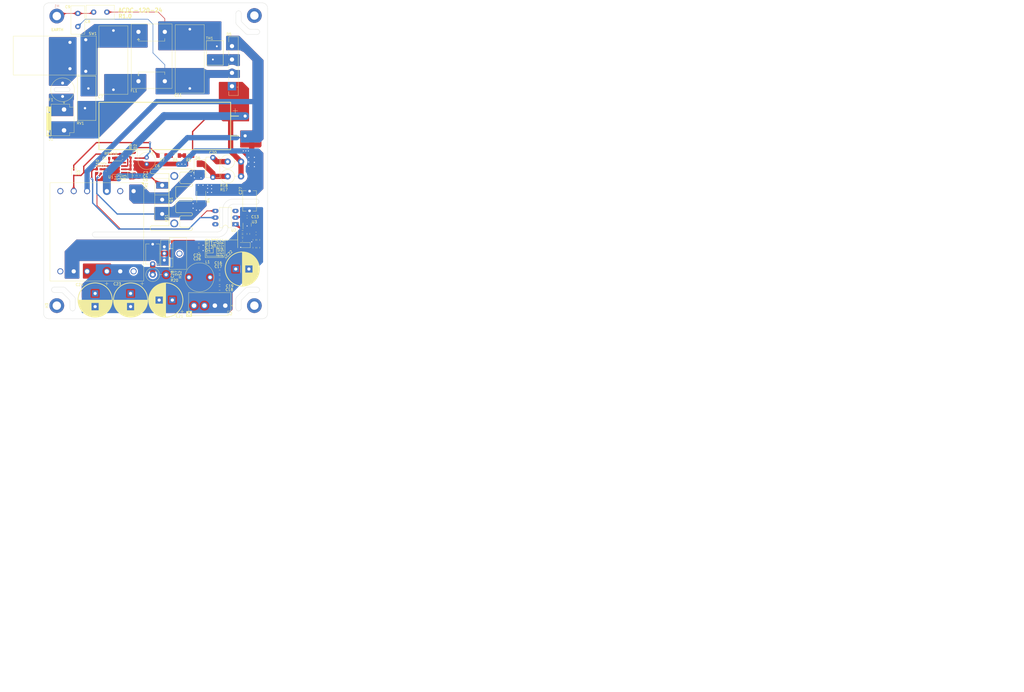
<source format=kicad_pcb>
(kicad_pcb (version 20231007) (generator pcbnew)
  (title_block (date "2023-04-29"))
  (layers (0 "F.Cu" signal) (31 "B.Cu" signal) (34 "B.Paste" user) (35 "F.Paste" user) (36 "B.SilkS" user "B.Silkscreen") (37 "F.SilkS" user "F.Silkscreen") (38 "B.Mask" user) (39 "F.Mask" user) (44 "Edge.Cuts" user))
  (net 0 "")
  (net 1 "/PS/AC_L_SW")
  (net 2 "EARTH")
  (net 3 "/PS/AC_L")
  (net 4 "/PS/AC_N")
  (net 5 "/PS/24V_O")
  (net 6 "/PS/AC_R_O")
  (net 7 "/PS/AC_R_I_1")
  (net 8 "/PS/AC_R_I_2")
  (net 9 "Net-(F1-Pad2)")
  (net 11 "/PS/AUX")
  (net 12 "/PS/TR_GAT")
  (net 13 "/PS/TR_SW")
  (net 14 "Net-(U3-REF)")
  (net 15 "/PS/MOS_S")
  (net 16 "/PS/OPT_C")
  (net 17 "Net-(U3-K)")
  (net 18 "Net-(Q1-S)")
  (net 19 "DCR_GND")
  (net 20 "OUT_GND")
  (net 21 "Net-(D2-A)")
  (net 22 "Net-(U1-SS)")
  (net 23 "Net-(D4-K)")
  (net 24 "Net-(D2-K)")
  (net 25 "Net-(C11-Pad1)")
  (net 26 "Net-(D6-K)")
  (net 27 "Net-(D1-A)")
  (net 28 "Net-(TR1-Pad10)")
  (net 30 "Net-(U1-OVP)")
  (net 31 "Net-(D7A-A)")
  (net 32 "Net-(C14-Pad1)")
  (net 35 "Net-(R5-Pad1)")
  (net 36 "Net-(R6-Pad1)")
  (net 37 "Net-(R11-Pad1)")
  (net 38 "GND_DC_S")
  (net 39 "GND_DC_P")
  (net 40 "/PS/24V_F")
  (net 41 "Net-(C20-Pad2)")
  (net 51 "Net-(R15-Pad1)")
  (net 52 "Net-(U1-VDD)")
  (net 53 "Net-(C28-Pad1)")
  (footprint "Resistor_SMD:R_0603_1608Metric" (layer "F.Cu") (at 112.9 115.9 -90)
    (property "Reference" "R14")
    (property "Value" "1.5k")
  )
  (footprint "Resistor_SMD:R_0603_1608Metric" (layer "F.Cu") (at 114.4 112.928 -90)
    (property "Reference" "R19")
    (property "Value" "976")
  )
  (footprint "Resistor_SMD:R_0603_1608Metric" (layer "F.Cu") (at 108.4 111.4)
    (property "Reference" "R11")
    (property "Value" "499")
  )
  (footprint "Resistor_SMD:R_0603_1608Metric" (layer "F.Cu") (at 112.9 112.928 90)
    (property "Reference" "R16")
    (property "Value" "4.3K")
  )
  (footprint "MountingHole:MountingHole_3.2mm_M3_DIN965_Pad_TopBottom" (layer "F.Cu") (at 112.9 137.9)
    (property "Reference" "H2" hide)
    (property "Value" "MountingHole_Pad")
  )
  (footprint "Resistor_SMD:R_1206_3216Metric_Pad1.30x1.75mm_HandSolder" (layer "F.Cu") (at 87.9 80.9)
    (property "Reference" "R5")
    (property "Value" "680K")
  )
  (footprint "PS:Diode_Bridge_Vishay_GBU" (layer "F.Cu") (at 104.4 54.56 90)
    (property "Reference" "D5")
    (property "Value" "GBU8K-E3/45")
  )
  (footprint "PS:WV-T247-101E" (layer "F.Cu") (at 82.49845 106.667 90)
    (property "Reference" "HS1")
    (property "Value" "WV-T247-101E")
  )
  (footprint "PS:38211000410" (layer "F.Cu") (at 40.1 55.9 90)
    (property "Reference" "F1")
    (property "Value" "38212000000")
  )
  (footprint "Capacitor_SMD:C_0805_2012Metric_Pad1.18x1.45mm_HandSolder" (layer "F.Cu") (at 99.702 125.0985)
    (property "Reference" "C16")
    (property "Value" "1UF")
  )
  (footprint "Varistor:RV_Disc_D16.5mm_W6.7mm_P7.5mm" (layer "F.Cu") (at 49.9 55.4 -90)
    (property "Reference" "RV1")
    (property "Value" "V14E320P")
  )
  (footprint "Capacitor_SMD:C_0603_1608Metric" (layer "F.Cu") (at 56.075 86.9 -90)
    (property "Reference" "C2")
    (property "Value" "100pF")
  )
  (footprint "PS:NE1846EE" (layer "F.Cu") (at 48.9 42.9 -90)
    (property "Reference" "SW1")
    (property "Value" "NE18 2A EE 6AMP\n")
  )
  (footprint "Capacitor_SMD:C_0603_1608Metric" (layer "F.Cu") (at 66.65 84.65)
    (property "Reference" "C4")
    (property "Value" "10uF")
  )
  (footprint "Capacitor_THT:C_Disc_D7.5mm_W5.0mm_P7.50mm" (layer "F.Cu") (at 111.0812 101.8952 90)
    (property "Reference" "C27")
    (property "Value" "4.7nF")
  )
  (footprint "Capacitor_SMD:C_0805_2012Metric_Pad1.18x1.45mm_HandSolder" (layer "F.Cu") (at 99.702 129.184 180)
    (property "Reference" "C19")
    (property "Value" "1UF")
  )
  (footprint "Capacitor_THT:C_Disc_D7.5mm_W5.0mm_P7.50mm" (layer "F.Cu") (at 74.302 122.072 90)
    (property "Reference" "C28")
    (property "Value" "1nF")
  )
  (footprint "Capacitor_SMD:C_0603_1608Metric" (layer "F.Cu") (at 53.1 86.9 90)
    (property "Reference" "C10")
    (property "Value" "200pF")
  )
  (footprint "PS:EKZN630ELL681MK30S" (layer "F.Cu") (at 52.458 133.274541 -90)
    (property "Reference" "C24")
    (property "Value" "680UF")
  )
  (footprint "PS:890324026027CS" (layer "F.Cu") (at 59.4 44.65 -90)
    (property "Reference" "C7")
    (property "Value" "1UF")
  )
  (footprint "Resistor_SMD:R_0603_1608Metric" (layer "F.Cu") (at 67.444 88.544 90)
    (property "Reference" "R1")
    (property "Value" "4.7")
  )
  (footprint "Capacitor_SMD:C_0603_1608Metric" (layer "F.Cu") (at 66.625 83.15)
    (property "Reference" "C5")
    (property "Value" "10uF")
  )
  (footprint "Diode_SMD:D_SOD-323" (layer "F.Cu") (at 44.33 87.401 -90)
    (property "Reference" "D3")
    (property "Value" "PMEG100T10ELXDX")
  )
  (footprint "PS:EKZN630ELL681MK30S" (layer "F.Cu") (at 65.92 133.274541 -90)
    (property "Reference" "C23")
    (property "Value" "680UF")
  )
  (footprint "Resistor_THT:R_Axial_DIN0516_L15.5mm_D5.0mm_P5.08mm_Vertical" (layer "F.Cu") (at 102.75 83.21)
    (property "Reference" "R18")
    (property "Value" "47")
  )
  (footprint "Resistor_SMD:R_2512_6332Metric_Pad1.40x3.35mm_HandSolder" (layer "F.Cu") (at 92.717 96.545 90)
    (property "Reference" "R4")
    (property "Value" "0.25")
  )
  (footprint "Diode_SMD:D_SOD-323" (layer "F.Cu") (at 67.6755 80.8195 -90)
    (property "Reference" "D2")
    (property "Value" "PMEG100T10ELXDX")
  )
  (footprint "Package_DIP:DIP-6_W7.62mm_LongPads" (layer "F.Cu") (at 105.725 107.005 180)
    (property "Reference" "U2")
    (property "Value" "CNY17-1")
  )
  (footprint "PS:890324026027CS" (layer "F.Cu") (at 88.4 44.15 -90)
    (property "Reference" "C11")
    (property "Value" "1UF")
  )
  (footprint "PS:CP_Radial_D18.0mm_P7.50mm" (layer "F.Cu") (at 109.4 73.4 90)
    (property "Reference" "C15" hide)
    (property "Value" "220UF" hide)
  )
  (footprint "Capacitor_SMD:C_0805_2012Metric_Pad1.18x1.45mm_HandSolder" (layer "F.Cu") (at 91.828 114.96 180)
    (property "Reference" "C26")
    (property "Value" "1UF")
  )
  (footprint "Capacitor_THT:C_Radial_D6.3mm_H11.0mm_P2.50mm" (layer "F.Cu") (at 72.016 81.65 -90)
    (property "Reference" "C6")
    (property "Value" "68UF")
  )
  (footprint "Resistor_THT:R_Axial_DIN0516_L15.5mm_D5.0mm_P5.08mm_Vertical" (layer "F.Cu") (at 102.765 88.798)
    (property "Reference" "R17")
    (property "Value" "20k")
  )
  (footprint "PS:EKZN630ELL681MK30S" (layer "F.Cu") (at 105.824541 124.003541)
    (property "Reference" "C22")
    (property "Value" "680UF")
  )
  (footprint "Package_TO_SOT_SMD:SOT-23" (layer "F.Cu") (at 110.15 107.15 90)
    (property "Reference" "U3")
    (property "Value" "TL431DBZ")
  )
  (footprint "PS:744869161153" (layer "F.Cu") (at 68.9 52.65 -90)
    (property "Reference" "FL1")
    (property "Value" "744869161153")
  )
  (footprint "Capacitor_SMD:C_0603_1608Metric" (layer "F.Cu") (at 110.15 104.15)
    (property "Reference" "C13")
    (property "Value" "68pF")
  )
  (footprint "Capacitor_THT:C_Disc_D7.5mm_W5.0mm_P7.50mm" (layer "F.Cu") (at 97.15 89.15 90)
    (property "Reference" "C20")
    (property "Value" "1nF")
  )
  (footprint "Resistor_SMD:R_1206_3216Metric_Pad1.30x1.75mm_HandSolder" (layer "F.Cu") (at 77.85 80.9)
    (property "Reference" "R7")
    (property "Value" "680K")
  )
  (footprint "MountingHole:MountingHole_3.2mm_M3_DIN965_Pad_TopBottom" (layer "F.Cu") (at 112.9 27.7)
    (property "Reference" "H4" hide)
    (property "Value" "MountingHole_Pad")
  )
  (footprint "Capacitor_THT:C_Disc_D10.5mm_W5.0mm_P5.00mm" (layer "F.Cu") (at 45.9 31.9 90)
    (property "Reference" "C9")
    (property "Value" "4700PF")
  )
  (footprint "Capacitor_SMD:C_0805_2012Metric_Pad1.18x1.45mm_HandSolder" (layer "F.Cu") (at 91.828 116.992)
    (property "Reference" "C25")
    (property "Value" "1UF")
  )
  (footprint "Capacitor_SMD:C_0603_1608Metric" (layer "F.Cu") (at 58.55 81.84)
    (property "Reference" "C1")
    (property "Value" "18nF")
  )
  (footprint "Resistor_THT:R_Axial_DIN0516_L15.5mm_D5.0mm_P5.08mm_Vertical" (layer "F.Cu") (at 74.317 126.136)
    (property "Reference" "R20")
    (property "Value" "47")
  )
  (footprint "Resistor_SMD:R_0603_1608Metric" (layer "F.Cu") (at 114.4 115.9 -90)
    (property "Reference" "R15")
    (property "Value" "36K")
  )
  (footprint "Varistor:RV_Disc_D9mm_W6.1mm_P5mm" (layer "F.Cu") (at 97.15 44.4 90)
    (property "Reference" "TH1")
    (property "Value" "B57235S0509M000")
  )
  (footprint "Resistor_SMD:R_0603_1608Metric" (layer "F.Cu") (at 54.6 86.9 90)
    (property "Reference" "R2")
    (property "Value" "1.33k")
  )
  (footprint "PS:JST_VH_B2P3-VH_1x02_P7.92mm_Vertical" (layer "F.Cu") (at 40.65 63.4 -90)
    (property "Reference" "J1")
    (property "Value" "B2P3-VH(LF)(SN)")
  )
  (footprint "Capacitor_SMD:C_0603_1608Metric" (layer "F.Cu") (at 113.545 110.515)
    (property "Reference" "C14")
    (property "Value" "56nF")
  )
  (footprint "PS:750342946" (layer "F.Cu") (at 67.06 94.4 -90)
    (property "Reference" "TR1")
    (property "Value" "750342946")
  )
  (footprint "Resistor_SMD:R_1206_3216Metric_Pad1.30x1.75mm_HandSolder" (layer "F.Cu") (at 82.9 80.9)
    (property "Reference" "R6")
    (property "Value" "680K")
  )
  (footprint "Capacitor_SMD:C_0805_2012Metric_Pad1.18x1.45mm_HandSolder" (layer "F.Cu") (at 99.702 131.343)
    (property "Reference" "C18")
    (property "Value" "1UF")
  )
  (footprint "Capacitor_THT:C_Disc_D10.5mm_W5.0mm_P5.00mm" (layer "F.Cu") (at 56.9 26.4 180)
    (property "Reference" "C8")
    (property "Value" "4700PF")
  )
  (footprint "Resistor_SMD:R_0603_1608Metric" (layer "F.Cu") (at 68.968 88.544 90)
    (property "Reference" "R3")
    (property "Value" "10k")
  )
  (footprint "Resistor_SMD:R_0603_1608Metric" (layer "F.Cu") (at 62.825 81.84 180)
    (property "Reference" "R10")
    (property "Value" "31.875k")
  )
  (footprint "PS:JST_VH_B4P-VH-B_1x04_P3.96mm_Vertical" (layer "F.Cu") (at 101.86 137.9 180)
    (property "Reference" "J2")
    (property "Value" "B4P-VH(LF)(SN)")
  )
  (footprint "Diode_SMD:D_SOD-123F" (layer "F.Cu") (at 109.15 114.9 180)
    (property "Reference" "D4")
    (property "Value" "MMSZ5240B")
  )
  (footprint "NetTie:NetTie-2_SMD_Pad2.0mm" (layer "F.Cu") (at 111.9 78 90)
    (property "Reference" "NT1" hide)
    (property "Value" "NetTie" hide)
  )
  (footprint "Capacitor_SMD:C_0603_1608Metric" (layer "F.Cu") (at 108.4 112.9 180)
    (property "Reference" "C12")
    (property "Value" "0.1UF")
  )
  (footprint "Resistor_SMD:R_0603_1608Metric" (layer "F.Cu") (at 108.4 109.9 180)
    (property "Reference" "R12")
    (property "Value" "1k")
  )
  (footprint "Resistor_SMD:R_0603_1608Metric" (layer "F.Cu") (at 65.92 80.86 -90)
    (property "Reference" "R8")
    (property "Value" "20")
  )
  (footprint "Resistor_SMD:R_0603_1608Metric" (layer "F.Cu") (at 62.825 80.34 180)
    (property "Reference" "R9")
    (property "Value" "86.6k")
  )
  (footprint "Package_TO_SOT_THT:TO-220-3_Vertical" (layer "F.Cu") (at 78.714 115.558 -90)
    (property "Reference" "D7")
    (property "Value" "STPS30SM100ST")
  )
  (footprint "Capacitor_SMD:C_0603_1608Metric" (layer "F.Cu") (at 66.65 86.15)
    (property "Reference" "C3")
    (property "Value" "100nF")
  )
  (footprint "PS:V5629W220" (layer "F.Cu") (at 84.462 118.135 -90)
    (property "Reference" "HS2")
    (property "Value" "V5629W220")
  )
  (footprint "MountingHole:MountingHole_3.2mm_M3_DIN965_Pad_TopBottom" (layer "F.Cu") (at 37.9 137.9 90)
    (property "Reference" "H3")
    (property "Value" "MountingHole_Pad")
  )
  (footprint "Capacitor_SMD:C_0805_2012Metric_Pad1.18x1.45mm_HandSolder" (layer "F.Cu") (at 99.702 127.152 180)
    (property "Reference" "C17")
    (property "Value" "1UF")
  )
  (footprint "PS:EKZN630ELL681MK30S" (layer "F.Cu") (at 81.768459 135.788 180)
    (property "Reference" "C21")
    (property "Value" "680UF")
  )
  (footprint "Resistor_SMD:R_0603_1608Metric" (layer "F.Cu") (at 110.624 110.642 90)
    (property "Reference" "R13")
    (property "Value" "48.7K")
  )
  (footprint "Diode_SMD:D_SMB" (layer "F.Cu") (at 92.15 86.15 -90)
    (property "Reference" "D6")
    (property "Value" "STTH2R06U")
  )
  (footprint "Diode_SMD:D_SOD-323" (layer "F.Cu") (at 65.666 88.671 -90)
    (property "Reference" "D1")
    (property "Value" "PMEG100T10ELXDX")
  )
  (footprint "PS:744750340047" (layer "F.Cu") (at 92.082 127.152 180)
    (property "Reference" "L1")
    (property "Value" "4.7UH")
  )
  (footprint "Package_SO:SOIC-8_3.9x4.9mm_P1.27mm" (layer "F.Cu") (at 60.775 85.495)
    (property "Reference" "U1")
    (property "Value" "UCC28600")
  )
  (footprint "Package_TO_SOT_THT:TO-247-3_Vertical" (layer "F.Cu") (at 77.9 92.2 -90)
    (property "Reference" "Q1")
    (property "Value" "IXFH20N100P")
  )
  (footprint "NetTie:NetTie-2_SMD_Pad0.5mm" (layer "B.Cu") (at 107.2 74.1)
    (property "Reference" "NT2" hide)
    (property "Value" "NetTie" hide)
  )
  (footprint "MountingHole:MountingHole_3.2mm_M3_DIN965_Pad_TopBottom" (layer "B.Cu") (at 37.9 27.9 180)
    (property "Reference" "H1")
    (property "Value" "MountingHole_Pad")
  )
  (gr_line (start 100.972 119.659) (end 94.241 119.659) (stroke (width 0.15)) (layer "F.SilkS"))
  (gr_line (start 97.289 115.595) (end 98.559 115.595) (stroke (width 0.15)) (layer "F.SilkS"))
  (gr_line (start 98.559 119.151) (end 94.749 119.151) (stroke (width 0.15)) (layer "F.SilkS"))
  (gr_line (start 73.802 79.781) (end 74.802 79.781) (stroke (width 0.15)) (layer "F.SilkS"))
  (gr_line (start 94.749 119.151) (end 94.749 117.881) (stroke (width 0.15)) (layer "F.SilkS"))
  (gr_line (start 101.734 118.262) (end 101.734 112.928) (stroke (width 0.15)) (layer "F.SilkS"))
  (gr_line (start 74.302 79.281) (end 74.302 80.281) (stroke (width 0.15)) (layer "F.SilkS"))
  (gr_line (start 97.289 117.881) (end 97.289 115.595) (stroke (width 0.15)) (layer "F.SilkS"))
  (gr_line (start 101.734 118.262) (end 101.734 118.897) (stroke (width 0.15)) (layer "F.SilkS"))
  (gr_line (start 106.56 109.499) (end 106.56 115.976) (stroke (width 0.15)) (layer "F.SilkS"))
  (gr_line (start 106.56 112.928) (end 106.56 109.499) (stroke (width 0.15)) (layer "F.SilkS"))
  (gr_line (start 101.734 118.897) (end 100.972 119.659) (stroke (width 0.15)) (layer "F.SilkS"))
  (gr_line (start 101.734 112.928) (end 106.56 112.928) (stroke (width 0.15)) (layer "F.SilkS"))
  (gr_line (start 98.559 115.595) (end 98.559 119.151) (stroke (width 0.15)) (layer "F.SilkS"))
  (gr_line (start 94.241 119.659) (end 94.241 112.674) (stroke (width 0.15)) (layer "F.SilkS"))
  (gr_line (start 94.749 117.881) (end 97.289 117.881) (stroke (width 0.15)) (layer "F.SilkS"))
  (gr_arc (start 44.607107 134.607107) (mid 44.823875 134.931531) (end 44.9 135.314214) (stroke (width 0.1)) (layer "Edge.Cuts"))
  (gr_line (start 40.485786 130.9) (end 36.9 130.9) (stroke (width 0.1)) (layer "Edge.Cuts"))
  (gr_arc (start 106.9 139.9) (mid 106.192893 139.607107) (end 105.9 138.9) (stroke (width 0.1)) (layer "Edge.Cuts"))
  (gr_arc (start 113.65 97.4) (mid 114.357107 97.692893) (end 114.65 98.4) (stroke (width 0.1)) (layer "Edge.Cuts"))
  (gr_line (start 106.9 139.9) (end 106.9 139.9) (stroke (width 0.1)) (layer "Edge.Cuts"))
  (gr_arc (start 35.9 131.9) (mid 36.192893 131.192893) (end 36.9 130.9) (stroke (width 0.1)) (layer "Edge.Cuts"))
  (gr_arc (start 109.607107 131.192893) (mid 109.931531 130.976125) (end 110.314214 130.9) (stroke (width 0.1)) (layer "Edge.Cuts"))
  (gr_line (start 117.9 24.9) (end 117.9 140.9) (stroke (width 0.1)) (layer "Edge.Cuts"))
  (gr_line (start 44.607107 134.607107) (end 41.192893 131.192893) (stroke (width 0.1)) (layer "Edge.Cuts"))
  (gr_arc (start 113.9 130.9) (mid 114.607107 131.192893) (end 114.9 131.9) (stroke (width 0.1)) (layer "Edge.Cuts"))
  (gr_line (start 114.9 131.9) (end 114.9 131.9) (stroke (width 0.1)) (layer "Edge.Cuts"))
  (gr_arc (start 106.192893 31.192893) (mid 105.976125 30.868469) (end 105.9 30.485786) (stroke (width 0.1)) (layer "Edge.Cuts"))
  (gr_arc (start 39.485786 132.9) (mid 39.868472 132.976116) (end 40.192893 133.192893) (stroke (width 0.1)) (layer "Edge.Cuts"))
  (gr_arc (start 51.4 110.9) (mid 51.692893 110.192893) (end 52.4 109.9) (stroke (width 0.1)) (layer "Edge.Cuts"))
  (gr_line (start 111.314214 132.9) (end 113.9 132.9) (stroke (width 0.1)) (layer "Edge.Cuts"))
  (gr_line (start 43.9 139.9) (end 43.9 139.9) (stroke (width 0.1)) (layer "Edge.Cuts"))
  (gr_arc (start 42.607107 135.607107) (mid 42.823875 135.931531) (end 42.9 136.314214) (stroke (width 0.1)) (layer "Edge.Cuts"))
  (gr_line (start 37.6 56.6) (end 42.2 56.6) (stroke (width 0.1)) (layer "Edge.Cuts"))
  (gr_line (start 108.192893 135.607107) (end 110.607107 133.192893) (stroke (width 0.1)) (layer "Edge.Cuts"))
  (gr_line (start 107.9 29.485786) (end 107.9 26.9) (stroke (width 0.1)) (layer "Edge.Cuts"))
  (gr_line (start 42.2 55.1) (end 37.6 55.1) (stroke (width 0.1)) (layer "Edge.Cuts"))
  (gr_arc (start 108.192893 30.192893) (mid 107.97612 29.86847) (end 107.9 29.485786) (stroke (width 0.1)) (layer "Edge.Cuts"))
  (gr_arc (start 110.314214 34.9) (mid 109.931528 34.823884) (end 109.607107 34.607107) (stroke (width 0.1)) (layer "Edge.Cuts"))
  (gr_line (start 100.9 101.4) (end 100.9 107.9) (stroke (width 0.1)) (layer "Edge.Cuts"))
  (gr_line (start 102.9 107.9) (end 102.9 101.4) (stroke (width 0.1)) (layer "Edge.Cuts"))
  (gr_arc (start 114.9 33.9) (mid 114.607107 34.607107) (end 113.9 34.9) (stroke (width 0.1)) (layer "Edge.Cuts"))
  (gr_line (start 114.9 33.9) (end 114.9 33.9) (stroke (width 0.1)) (layer "Edge.Cuts"))
  (gr_arc (start 42.9 55.9) (mid 42.694975 56.394975) (end 42.2 56.6) (stroke (width 0.1)) (layer "Edge.Cuts"))
  (gr_line (start 113.9 130.9) (end 110.314214 130.9) (stroke (width 0.1)) (layer "Edge.Cuts"))
  (gr_line (start 52.4 111.9) (end 98.9 111.9) (stroke (width 0.1)) (layer "Edge.Cuts"))
  (gr_line (start 115.9 142.9) (end 34.9 142.9) (stroke (width 0.1)) (layer "Edge.Cuts"))
  (gr_arc (start 43.9 139.9) (mid 43.192893 139.607107) (end 42.9 138.9) (stroke (width 0.1)) (layer "Edge.Cuts"))
  (gr_line (start 36.9 55.8) (end 36.9 55.9) (stroke (width 0.1)) (layer "Edge.Cuts"))
  (gr_line (start 51.4 110.9) (end 51.4 110.9) (stroke (width 0.1)) (layer "Edge.Cuts"))
  (gr_arc (start 100.9 101.4) (mid 102.071573 98.571573) (end 104.9 97.4) (stroke (width 0.1)) (layer "Edge.Cuts"))
  (gr_arc (start 113.9 32.9) (mid 114.607107 33.192893) (end 114.9 33.9) (stroke (width 0.1)) (layer "Edge.Cuts"))
  (gr_arc (start 36.9 132.9) (mid 36.192893 132.607107) (end 35.9 131.9) (stroke (width 0.1)) (layer "Edge.Cuts"))
  (gr_arc (start 105.9 26.9) (mid 106.192893 26.192893) (end 106.9 25.9) (stroke (width 0.1)) (layer "Edge.Cuts"))
  (gr_arc (start 114.9 131.9) (mid 114.607107 132.607107) (end 113.9 132.9) (stroke (width 0.1)) (layer "Edge.Cuts"))
  (gr_line (start 110.314214 34.9) (end 113.9 34.9) (stroke (width 0.1)) (layer "Edge.Cuts"))
  (gr_line (start 42.9 136.314214) (end 42.9 138.9) (stroke (width 0.1)) (layer "Edge.Cuts"))
  (gr_line (start 32.9 140.9) (end 32.9 24.9) (stroke (width 0.1)) (layer "Edge.Cuts"))
  (gr_line (start 40.192893 133.192893) (end 42.607107 135.607107) (stroke (width 0.1)) (layer "Edge.Cuts"))
  (gr_arc (start 52.4 111.9) (mid 51.692893 111.607107) (end 51.4 110.9) (stroke (width 0.1)) (layer "Edge.Cuts"))
  (gr_line (start 42.9 55.9) (end 42.9 55.8) (stroke (width 0.1)) (layer "Edge.Cuts"))
  (gr_arc (start 36.9 55.8) (mid 37.105025 55.305025) (end 37.6 55.1) (stroke (width 0.1)) (layer "Edge.Cuts"))
  (gr_arc (start 40.485786 130.9) (mid 40.868469 130.97612) (end 41.192893 131.192893) (stroke (width 0.1)) (layer "Edge.Cuts"))
  (gr_line (start 109.607107 131.192893) (end 106.192893 134.607107) (stroke (width 0.1)) (layer "Edge.Cuts"))
  (gr_line (start 34.9 22.9) (end 115.9 22.9) (stroke (width 0.1)) (layer "Edge.Cuts"))
  (gr_line (start 113.65 99.4) (end 104.9 99.4) (stroke (width 0.1)) (layer "Edge.Cuts"))
  (gr_arc (start 105.9 135.314214) (mid 105.97612 134.931531) (end 106.192893 134.607107) (stroke (width 0.1)) (layer "Edge.Cuts"))
  (gr_arc (start 44.9 138.9) (mid 44.607107 139.607107) (end 43.9 139.9) (stroke (width 0.1)) (layer "Edge.Cuts"))
  (gr_arc (start 32.9 24.9) (mid 33.485786 23.485786) (end 34.9 22.9) (stroke (width 0.1)) (layer "Edge.Cuts"))
  (gr_arc (start 34.9 142.9) (mid 33.485786 142.314214) (end 32.9 140.9) (stroke (width 0.1)) (layer "Edge.Cuts"))
  (gr_arc (start 102.9 107.9) (mid 101.728427 110.728427) (end 98.9 111.9) (stroke (width 0.1)) (layer "Edge.Cuts"))
  (gr_arc (start 42.2 55.1) (mid 42.694975 55.305025) (end 42.9 55.8) (stroke (width 0.1)) (layer "Edge.Cuts"))
  (gr_line (start 106.9 25.9) (end 106.9 25.9) (stroke (width 0.1)) (layer "Edge.Cuts"))
  (gr_line (start 98.9 109.9) (end 52.4 109.9) (stroke (width 0.1)) (layer "Edge.Cuts"))
  (gr_arc (start 102.9 101.4) (mid 103.485786 99.985786) (end 104.9 99.4) (stroke (width 0.1)) (layer "Edge.Cuts"))
  (gr_arc (start 100.9 107.9) (mid 100.314214 109.314214) (end 98.9 109.9) (stroke (width 0.1)) (layer "Edge.Cuts"))
  (gr_arc (start 114.65 98.4) (mid 114.357107 99.107107) (end 113.65 99.4) (stroke (width 0.1)) (layer "Edge.Cuts"))
  (gr_line (start 35.9 131.9) (end 35.9 131.9) (stroke (width 0.1)) (layer "Edge.Cuts"))
  (gr_line (start 113.9 32.9) (end 111.314214 32.9) (stroke (width 0.1)) (layer "Edge.Cuts"))
  (gr_arc (start 107.9 138.9) (mid 107.607107 139.607107) (end 106.9 139.9) (stroke (width 0.1)) (layer "Edge.Cuts"))
  (gr_line (start 105.9 26.9) (end 105.9 30.485786) (stroke (width 0.1)) (layer "Edge.Cuts"))
  (gr_line (start 113.65 97.4) (end 104.9 97.4) (stroke (width 0.1)) (layer "Edge.Cuts"))
  (gr_line (start 44.9 138.9) (end 44.9 135.314214) (stroke (width 0.1)) (layer "Edge.Cuts"))
  (gr_arc (start 106.9 25.9) (mid 107.607107 26.192893) (end 107.9 26.9) (stroke (width 0.1)) (layer "Edge.Cuts"))
  (gr_arc (start 111.314214 32.9) (mid 110.931531 32.82388) (end 110.607107 32.607107) (stroke (width 0.1)) (layer "Edge.Cuts"))
  (gr_arc (start 107.9 136.314214) (mid 107.976116 135.931528) (end 108.192893 135.607107) (stroke (width 0.1)) (layer "Edge.Cuts"))
  (gr_arc (start 110.607107 133.192893) (mid 110.93153 132.97612) (end 111.314214 132.9) (stroke (width 0.1)) (layer "Edge.Cuts"))
  (gr_line (start 105.9 135.314214) (end 105.9 138.9) (stroke (width 0.1)) (layer "Edge.Cuts"))
  (gr_line (start 110.607107 32.607107) (end 108.192893 30.192893) (stroke (width 0.1)) (layer "Edge.Cuts"))
  (gr_arc (start 37.6 56.6) (mid 37.105025 56.394975) (end 36.9 55.9) (stroke (width 0.1)) (layer "Edge.Cuts"))
  (gr_arc (start 117.9 140.9) (mid 117.314214 142.314214) (end 115.9 142.9) (stroke (width 0.1)) (layer "Edge.Cuts"))
  (gr_line (start 36.9 132.9) (end 39.485786 132.9) (stroke (width 0.1)) (layer "Edge.Cuts"))
  (gr_line (start 106.192893 31.192893) (end 109.607107 34.607107) (stroke (width 0.1)) (layer "Edge.Cuts"))
  (gr_line (start 107.9 138.9) (end 107.9 136.314214) (stroke (width 0.1)) (layer "Edge.Cuts"))
  (gr_arc (start 115.9 22.9) (mid 117.314214 23.485786) (end 117.9 24.9) (stroke (width 0.1)) (layer "Edge.Cuts"))
  (gr_text "+" (at 89.034 142.4 90) (layer "F.SilkS" knockout) (effects (font (size 1.8 1.8) (thickness 0.36) bold) (justify left bottom)))
  (gr_text "EARTH" (at 35.694 33.68 0) (layer "F.SilkS") (effects (font (size 1 1) (thickness 0.2) bold) (justify left bottom)))
  (gr_text "L\n\n\nN" (at 33.65 73.4 0) (layer "F.SilkS" knockout) (effects (font (size 1.8 1.8) (thickness 0.36) bold) (justify left bottom)))
  (gr_text "R1.0" (at 61.094 28.854 0) (layer "F.SilkS") (effects (font (size 1.5 1.5) (thickness 0.3) bold) (justify left bottom)))
  (gr_text "ACDC-120-24" (at 61.094 26.568 0) (layer "F.SilkS") (effects (font (size 1.5 1.5) (thickness 0.3) bold) (justify left bottom)))
  (segment (start 45.9 26.9) (end 38.9 26.9) (width 0.2) (layer "F.Cu") (net 2))
  (segment (start 38.9 26.9) (end 37.9 27.9) (width 0.2) (layer "F.Cu") (net 2))
  (segment (start 51.9 26.9) (end 45.9 26.9) (width 0.2) (layer "F.Cu") (net 2))
  (segment (start 95.15 66.1) (end 100.6 66.1) (width 0.5) (layer "F.Cu") (net 6))
  (segment (start 89.45 71.8) (end 95.15 66.1) (width 0.5) (layer "F.Cu") (net 6))
  (segment (start 107.83 83.21) (end 103.893 79.273) (width 2) (layer "F.Cu") (net 6))
  (segment (start 107.83 83.21) (end 107.83 88.783) (width 2) (layer "F.Cu") (net 6))
  (segment (start 103.893 79.273) (end 103.893 67.081) (width 2) (layer "F.Cu") (net 6))
  (segment (start 107.83 88.783) (end 107.845 88.798) (width 2) (layer "F.Cu") (net 6))
  (segment (start 89.45 80.9) (end 89.45 71.8) (width 0.5) (layer "F.Cu") (net 6))
  (segment (start 100.6 66.1) (end 100.8 66.1) (width 0.5) (layer "F.Cu") (net 6))
  (segment (start 56.9 94.4) (end 56.9 87.65) (width 3) (layer "B.Cu") (net 6))
  (segment (start 78.65 65.9) (end 109.4 65.9) (width 3) (layer "B.Cu") (net 6))
  (segment (start 56.9 87.65) (end 78.65 65.9) (width 3) (layer "B.Cu") (net 6))
  (segment (start 74.4 30.984) (end 74.4 41.9) (width 0.2) (layer "B.Cu") (net 8))
  (segment (start 78.9 46.4) (end 78.9 52.65) (width 0.2) (layer "B.Cu") (net 8))
  (segment (start 48.692 29.108) (end 72.524 29.108) (width 0.2) (layer "B.Cu") (net 8))
  (segment (start 45.9 31.9) (end 48.692 29.108) (width 0.2) (layer "B.Cu") (net 8))
  (segment (start 74.4 41.9) (end 78.9 46.4) (width 0.2) (layer "B.Cu") (net 8))
  (segment (start 72.524 29.108) (end 74.4 30.984) (width 0.2) (layer "B.Cu") (net 8))
  (segment (start 47.09 88.451) (end 44.33 88.451) (width 0.5) (layer "F.Cu") (net 11))
  (segment (start 62 80.34) (end 52.788 80.34) (width 0.5) (layer "F.Cu") (net 11))
  (segment (start 48.14 87.401) (end 47.09 88.451) (width 0.5) (layer "F.Cu") (net 11))
  (segment (start 44.33 88.451) (end 44.33 94.397) (width 0.5) (layer "F.Cu") (net 11))
  (segment (start 44.33 94.397) (end 44.327 94.4) (width 0.5) (layer "F.Cu") (net 11))
  (segment (start 48.14 84.988) (end 48.14 87.401) (width 0.5) (layer "F.Cu") (net 11))
  (segment (start 52.788 80.34) (end 48.14 84.988) (width 0.5) (layer "F.Cu") (net 11))
  (segment (start 67.444 87.719) (end 65.764 87.719) (width 0.5) (layer "F.Cu") (net 12))
  (segment (start 65.445 87.4) (end 65.666 87.621) (width 0.5) (layer "F.Cu") (net 12))
  (segment (start 63.25 87.4) (end 65.445 87.4) (width 0.5) (layer "F.Cu") (net 12))
  (segment (start 65.764 87.719) (end 65.666 87.621) (width 0.5) (layer "F.Cu") (net 12))
  (via (at 89.9 87.4) (size 0.8) (drill 0.4) (layers "F.Cu" "B.Cu") (net 13))
  (via (at 88.907 88.544) (size 0.8) (drill 0.4) (layers "F.Cu" "B.Cu") (net 13))
  (via (at 92.65 89.4) (size 0.8) (drill 0.4) (layers "F.Cu" "B.Cu") (net 13))
  (via (at 90.15 89.4) (size 0.8) (drill 0.4) (layers "F.Cu" "B.Cu") (net 13))
  (segment (start 111.1 108.0875) (end 111.1 104.325) (width 0.5) (layer "F.Cu") (net 14))
  (segment (start 111.1 108.0875) (end 113.6575 108.0875) (width 0.5) (layer "F.Cu") (net 14))
  (segment (start 114.4 110.595) (end 114.32 110.515) (width 0.5) (layer "F.Cu") (net 14))
  (segment (start 111.1 104.325) (end 110.925 104.15) (width 0.5) (layer "F.Cu") (net 14))
  (segment (start 113.6575 108.0875) (end 114.32 108.75) (width 0.5) (layer "F.Cu") (net 14))
  (segment (start 114.4 112.103) (end 112.9 112.103) (width 0.5) (layer "F.Cu") (net 14))
  (segment (start 114.32 108.75) (end 114.32 110.515) (width 0.5) (layer "F.Cu") (net 14))
  (segment (start 114.4 112.103) (end 114.4 110.595) (width 0.5) (layer "F.Cu") (net 14))
  (segment (start 56.075 86.125) (end 54.65 86.125) (width 0.5) (layer "F.Cu") (net 15))
  (segment (start 58.3 86.13) (end 56.08 86.13) (width 0.5) (layer "F.Cu") (net 15))
  (segment (start 56.08 86.13) (end 56.075 86.125) (width 0.5) (layer "F.Cu") (net 15))
  (segment (start 54.65 86.125) (end 54.6 86.075) (width 0.5) (layer "F.Cu") (net 15))
  (segment (start 51.15 89.65) (end 51.15 86.85) (width 0.5) (layer "F.Cu") (net 16))
  (segment (start 58.3 84.86) (end 53.54 84.86) (width 0.5) (layer "F.Cu") (net 16))
  (segment (start 53.1 85.3) (end 53.1 86.125) (width 0.5) (layer "F.Cu") (net 16))
  (segment (start 53.54 84.86) (end 53.1 85.3) (width 0.5) (layer "F.Cu") (net 16))
  (segment (start 51.15 86.85) (end 51.875 86.125) (width 0.5) (layer "F.Cu") (net 16))
  (segment (start 51.875 86.125) (end 53.1 86.125) (width 0.5) (layer "F.Cu") (net 16))
  (via (at 51.15 89.65) (size 0.8) (drill 0.4) (layers "F.Cu" "B.Cu") (net 16))
  (segment (start 98.105 104.465) (end 92.335 104.465) (width 0.5) (layer "B.Cu") (net 16))
  (segment (start 61.4 108.8) (end 51.5 98.9) (width 0.5) (layer "B.Cu") (net 16))
  (segment (start 92.335 104.465) (end 88 108.8) (width 0.5) (layer "B.Cu") (net 16))
  (segment (start 51.5 98.9) (end 51.5 90) (width 0.5) (layer "B.Cu") (net 16))
  (segment (start 88 108.8) (end 61.4 108.8) (width 0.5) (layer "B.Cu") (net 16))
  (segment (start 51.5 90) (end 51.15 89.65) (width 0.5) (layer "B.Cu") (net 16))
  (segment (start 106.16 104.9) (end 105.725 104.465) (width 0.5) (layer "F.Cu") (net 17))
  (segment (start 109.2 104.325) (end 109.375 104.15) (width 0.5) (layer "F.Cu") (net 17))
  (segment (start 109.2 108.0875) (end 109.2 109.875) (width 0.5) (layer "F.Cu") (net 17))
  (segment (start 109.375 104.15) (end 106.04 104.15) (width 0.5) (layer "F.Cu") (net 17))
  (segment (start 109.225 109.9) (end 110.541 109.9) (width 0.5) (layer "F.Cu") (net 17))
  (segment (start 109.2 109.875) (end 109.225 109.9) (width 0.5) (layer "F.Cu") (net 17))
  (segment (start 110.541 109.9) (end 110.624 109.817) (width 0.5) (layer "F.Cu") (net 17))
  (segment (start 106.04 104.15) (end 105.725 104.465) (width 0.5) (layer "F.Cu") (net 17))
  (segment (start 109.2 108.0875) (end 109.2 104.325) (width 0.5) (layer "F.Cu") (net 17))
  (segment (start 53.7 88.9) (end 54.6 88) (width 0.5) (layer "F.Cu") (net 18))
  (segment (start 54.6 88) (end 54.6 87.725) (width 0.5) (layer "F.Cu") (net 18))
  (via (at 92.15 101.65) (size 0.8) (drill 0.4) (layers "F.Cu" "B.Cu") (net 18))
  (via (at 89.65 100.9) (size 0.8) (drill 0.4) (layers "F.Cu" "B.Cu") (net 18))
  (via (at 89.65 99.15) (size 0.8) (drill 0.4) (layers "F.Cu" "B.Cu") (net 18))
  (via (at 90.9 101.65) (size 0.8) (drill 0.4) (layers "F.Cu" "B.Cu") (net 18))
  (via (at 53.7 88.9) (size 0.8) (drill 0.4) (layers "F.Cu" "B.Cu") (net 18))
  (segment (start 53.7 88.9) (end 53.1 89.5) (width 0.5) (layer "B.Cu") (net 18))
  (segment (start 53.1 95.35) (end 60.85 103.1) (width 0.5) (layer "B.Cu") (net 18))
  (segment (start 60.85 103.1) (end 77.9 103.1) (width 0.5) (layer "B.Cu") (net 18))
  (segment (start 53.1 89.5) (end 53.1 95.35) (width 0.5) (layer "B.Cu") (net 18))
  (segment (start 75.9 60.4) (end 113.4 60.4) (width 2) (layer "B.Cu") (net 19))
  (segment (start 72.9 63.4) (end 75.9 60.4) (width 2) (layer "B.Cu") (net 19))
  (segment (start 49.407 94.4) (end 49.407 86.893) (width 2) (layer "B.Cu") (net 19))
  (segment (start 49.407 86.893) (end 72.9 63.4) (width 2) (layer "B.Cu") (net 19))
  (segment (start 100.7395 125.0985) (end 100.7395 136.7795) (width 2) (layer "F.Cu") (net 20))
  (segment (start 112.9 113.753) (end 112.003 113.753) (width 0.5) (layer "F.Cu") (net 20))
  (segment (start 112.003 113.753) (end 111.9 113.65) (width 0.5) (layer "F.Cu") (net 20))
  (segment (start 100.7395 136.7795) (end 101.86 137.9) (width 2) (layer "F.Cu") (net 20))
  (segment (start 110.15 107.65) (end 110.15 106.2125) (width 0.5) (layer "F.Cu") (net 20))
  (segment (start 107.625 114.775) (end 107.75 114.9) (width 0.5) (layer "F.Cu") (net 20))
  (segment (start 107.625 112.9) (end 107.625 114.775) (width 0.5) (layer "F.Cu") (net 20))
  (via (at 110.15 107.65) (size 0.8) (drill 0.4) (layers "F.Cu" "B.Cu") (net 20))
  (via (at 111.9 113.65) (size 0.8) (drill 0.4) (layers "F.Cu" "B.Cu") (net 20))
  (via (at 107.703 115.722) (size 0.8) (drill 0.4) (layers "F.Cu" "B.Cu") (net 20))
  (via (at 93.453 116.992) (size 0.8) (drill 0.4) (layers "F.Cu" "B.Cu") (net 20))
  (via (at 93.453 114.96) (size 0.8) (drill 0.4) (layers "F.Cu" "B.Cu") (net 20))
  (segment (start 44.711 84.226) (end 52.966 75.971) (width 0.5) (layer "F.Cu") (net 21))
  (segment (start 67.6755 81.8695) (end 71.4305 81.8695) (width 0.5) (layer "F.Cu") (net 21))
  (segment (start 44.33 86.351) (end 44.33 84.607) (width 0.5) (layer "F.Cu") (net 21))
  (segment (start 71.4305 81.8695) (end 71.65 81.65) (width 0.5) (layer "F.Cu") (net 21))
  (segment (start 52.966 75.971) (end 73.286 75.971) (width 0.5) (layer "F.Cu") (net 21))
  (segment (start 44.33 84.607) (end 44.711 84.226) (width 0.5) (layer "F.Cu") (net 21))
  (via (at 73.286 75.971) (size 0.8) (drill 0.4) (layers "F.Cu" "B.Cu") (net 21))
  (segment (start 73.286 75.971) (end 73.286 79.527) (width 0.5) (layer "B.Cu") (net 21))
  (segment (start 71.65 81.163) (end 71.65 81.65) (width 0.5) (layer "B.Cu") (net 21))
  (segment (start 73.286 79.527) (end 71.65 81.163) (width 0.5) (layer "B.Cu") (net 21))
  (segment (start 57.775 83.59) (end 58.3 83.59) (width 0.5) (layer "F.Cu") (net 22))
  (segment (start 57.775 81.84) (end 57.775 83.59) (width 0.5) (layer "F.Cu") (net 22))
  (segment (start 110.55 114.9) (end 110.55 113.3) (width 0.5) (layer "F.Cu") (net 23))
  (segment (start 112.9 115.075) (end 110.725 115.075) (width 0.5) (layer "F.Cu") (net 23))
  (segment (start 110.725 115.075) (end 110.55 114.9) (width 0.5) (layer "F.Cu") (net 23))
  (segment (start 110.15 112.9) (end 109.175 112.9) (width 0.5) (layer "F.Cu") (net 23))
  (segment (start 109.225 112.85) (end 109.175 112.9) (width 0.5) (layer "F.Cu") (net 23))
  (segment (start 110.55 113.3) (end 110.15 112.9) (width 0.5) (layer "F.Cu") (net 23))
  (segment (start 109.225 111.4) (end 109.225 112.85) (width 0.5) (layer "F.Cu") (net 23))
  (segment (start 67.41 80.035) (end 67.6755 79.7695) (width 0.5) (layer "F.Cu") (net 24))
  (segment (start 65.92 80.035) (end 67.41 80.035) (width 0.5) (layer "F.Cu") (net 24))
  (segment (start 78.9 28.9) (end 78.9 33.9) (width 0.2) (layer "F.Cu") (net 25))
  (segment (start 56.9 26.4) (end 76.4 26.4) (width 0.2) (layer "F.Cu") (net 25))
  (segment (start 76.4 26.4) (end 78.9 28.9) (width 0.2) (layer "F.Cu") (net 25))
  (segment (start 102.765 88.798) (end 97.502 88.798) (width 2) (layer "F.Cu") (net 26))
  (segment (start 93.5 84) (end 92.15 84) (width 2) (layer "F.Cu") (net 26))
  (segment (start 97.502 88.798) (end 97.15 89.15) (width 2) (layer "F.Cu") (net 26))
  (segment (start 97.15 89.15) (end 97.15 87.65) (width 2) (layer "F.Cu") (net 26))
  (segment (start 97.15 87.65) (end 93.5 84) (width 2) (layer "F.Cu") (net 26))
  (segment (start 76.942 92.2) (end 77.9 92.2) (width 0.5) (layer "F.Cu") (net 27))
  (segment (start 67.092 89.721) (end 67.444 89.369) (width 0.5) (layer "F.Cu") (net 27))
  (segment (start 65.666 89.721) (end 67.092 89.721) (width 0.5) (layer "F.Cu") (net 27))
  (segment (start 68.968 89.369) (end 67.444 89.369) (width 0.5) (layer "F.Cu") (net 27))
  (segment (start 68.968 89.369) (end 74.111 89.369) (width 0.5) (layer "F.Cu") (net 27))
  (segment (start 74.111 89.369) (end 76.942 92.2) (width 0.5) (layer "F.Cu") (net 27))
  (segment (start 63.25 84.86) (end 64.6225 84.86) (width 0.5) (layer "F.Cu") (net 30))
  (segment (start 64.6225 84.86) (end 64.825 84.6575) (width 0.5) (layer "F.Cu") (net 30))
  (segment (start 64.825 84.6575) (end 64.825 82.325) (width 0.5) (layer "F.Cu") (net 30))
  (segment (start 64.825 82.325) (end 64.34 81.84) (width 0.5) (layer "F.Cu") (net 30))
  (segment (start 63.65 81.84) (end 63.65 80.34) (width 0.5) (layer "F.Cu") (net 30))
  (segment (start 64.34 81.84) (end 63.65 81.84) (width 0.5) (layer "F.Cu") (net 30))
  (segment (start 111.45 111.467) (end 112.402 110.515) (width 0.5) (layer "F.Cu") (net 32))
  (segment (start 112.402 110.515) (end 112.77 110.515) (width 0.5) (layer "F.Cu") (net 32))
  (segment (start 110.624 111.467) (end 111.45 111.467) (width 0.5) (layer "F.Cu") (net 32))
  (segment (start 84.45 80.9) (end 86.35 80.9) (width 0.5) (layer "F.Cu") (net 35))
  (segment (start 79.4 80.9) (end 81.35 80.9) (width 0.5) (layer "F.Cu") (net 36))
  (segment (start 107.575 109.9) (end 107.575 108.575) (width 0.5) (layer "F.Cu") (net 37))
  (segment (start 107.575 108.575) (end 106.005 107.005) (width 0.5) (layer "F.Cu") (net 37))
  (segment (start 107.575 111.4) (end 107.575 109.9) (width 0.5) (layer "F.Cu") (net 37))
  (segment (start 106.005 107.005) (end 105.725 107.005) (width 0.5) (layer "F.Cu") (net 37))
  (segment (start 62.1 108.8) (end 53.15 99.85) (width 0.3) (layer "F.Cu") (net 38))
  (segment (start 54.4 90.15) (end 55.575 88.975) (width 0.3) (layer "F.Cu") (net 38))
  (segment (start 55.575 88.975) (end 56.075 88.975) (width 0.3) (layer "F.Cu") (net 38))
  (segment (start 94.875 101.925) (end 88 108.8) (width 0.3) (layer "F.Cu") (net 38))
  (segment (start 53.15 90.15) (end 54.4 90.15) (width 0.3) (layer "F.Cu") (net 38))
  (segment (start 88 108.8) (end 62.1 108.8) (width 0.3) (layer "F.Cu") (net 38))
  (segment (start 98.105 101.925) (end 94.875 101.925) (width 0.3) (layer "F.Cu") (net 38))
  (segment (start 53.15 99.85) (end 53.15 90.15) (width 0.3) (layer "F.Cu") (net 38))
  (via (at 61.4 88.6) (size 0.8) (drill 0.4) (layers "F.Cu" "B.Cu") (net 38))
  (via (at 61.4 89.7) (size 0.8) (drill 0.4) (layers "F.Cu" "B.Cu") (net 38))
  (segment (start 61.4 89.7) (end 61.4 88.6) (width 2) (layer "B.Cu") (net 38))
  (segment (start 61.4 88.6) (end 73 88.6) (width 2) (layer "B.Cu") (net 38))
  (segment (start 87.5 74.1) (end 106.15 74.1) (width 2) (layer "B.Cu") (net 38))
  (segment (start 73 88.6) (end 87.5 74.1) (width 2) (layer "B.Cu") (net 38))
  (via (at 86.621 84.226) (size 0.8) (drill 0.4) (layers "F.Cu" "B.Cu") (net 39))
  (via (at 95.15 92.15) (size 0.8) (drill 0.4) (layers "F.Cu" "B.Cu") (net 39))
  (via (at 112.91 83.464) (size 0.8) (drill 0.4) (layers "F.Cu" "B.Cu") (net 39))
  (via (at 112.91 85.115) (size 0.8) (drill 0.4) (layers "F.Cu" "B.Cu") (net 39))
  (via (at 84.081 84.226) (size 0.8) (drill 0.4) (layers "F.Cu" "B.Cu") (net 39))
  (via (at 110.751 84.988) (size 0.8) (drill 0.4) (layers "F.Cu" "B.Cu") (net 39))
  (via (at 93.4 92.15) (size 0.8) (drill 0.4) (layers "F.Cu" "B.Cu") (net 39))
  (via (at 109.65 79.15) (size 0.8) (drill 0.4) (layers "F.Cu" "B.Cu") (net 39))
  (via (at 110.751 81.559) (size 0.8) (drill 0.4) (layers "F.Cu" "B.Cu") (net 39))
  (via (at 91.65 92.15) (size 0.8) (drill 0.4) (layers "F.Cu" "B.Cu") (net 39))
  (via (at 96.654 94.894) (size 0.8) (drill 0.4) (layers "F.Cu" "B.Cu") (net 39))
  (via (at 112.91 81.559) (size 0.8) (drill 0.4) (layers "F.Cu" "B.Cu") (net 39))
  (via (at 95.15 94.9) (size 0.8) (drill 0.4) (layers "F.Cu" "B.Cu") (net 39))
  (via (at 96.654 92.227) (size 0.8) (drill 0.4) (layers "F.Cu" "B.Cu") (net 39))
  (via (at 110.624 79.146) (size 0.8) (drill 0.4) (layers "F.Cu" "B.Cu") (net 39))
  (via (at 85.35 84.15) (size 0.8) (drill 0.4) (layers "F.Cu" "B.Cu") (net 39))
  (via (at 108.719 79.146) (size 0.8) (drill 0.4) (layers "F.Cu" "B.Cu") (net 39))
  (via (at 110.751 83.337) (size 0.8) (drill 0.4) (layers "F.Cu" "B.Cu") (net 39))
  (via (at 95.15 93.4) (size 0.8) (drill 0.4) (layers "F.Cu" "B.Cu") (net 39))
  (via (at 96.654 93.497) (size 0.8) (drill 0.4) (layers "F.Cu" "B.Cu") (net 39))
  (segment (start 90.45 79.15) (end 85.45 84.15) (width 2) (layer "B.Cu") (net 39))
  (segment (start 84.081 84.226) (end 86.621 84.226) (width 2) (layer "B.Cu") (net 39))
  (segment (start 85.45 84.15) (end 85.35 84.15) (width 2) (layer "B.Cu") (net 39))
  (segment (start 109.65 79.15) (end 90.45 79.15) (width 2) (layer "B.Cu") (net 39))
  (segment (start 108.351 116.725) (end 106.179 118.897) (width 0.3) (layer "F.Cu") (net 40))
  (segment (start 114.4 116.725) (end 112.9 116.725) (width 0.5) (layer "F.Cu") (net 40))
  (segment (start 112.9 116.725) (end 108.351 116.725) (width 0.3) (layer "F.Cu") (net 40))
  (segment (start 102.75 83.21) (end 98.71 83.21) (width 2) (layer "F.Cu") (net 41))
  (segment (start 98.71 83.21) (end 97.15 81.65) (width 2) (layer "F.Cu") (net 41))
  (segment (start 114.4 115.075) (end 114.4 113.753) (width 0.3) (layer "F.Cu") (net 51))
  (segment (start 73.276 77.876) (end 65.539 77.876) (width 0.5) (layer "F.Cu") (net 52))
  (segment (start 76.3 80.9) (end 73.276 77.876) (width 0.5) (layer "F.Cu") (net 52))
  (segment (start 64.65 80.415) (end 65.92 81.685) (width 0.5) (layer "F.Cu") (net 52))
  (segment (start 65.539 77.876) (end 64.65 78.765) (width 0.5) (layer "F.Cu") (net 52))
  (segment (start 64.65 78.765) (end 64.65 80.415) (width 0.5) (layer "F.Cu") (net 52))
  (segment (start 65.92 84.605) (end 65.875 84.65) (width 0.5) (layer "F.Cu") (net 52))
  (segment (start 65.875 84.65) (end 65.875 86.15) (width 0.5) (layer "F.Cu") (net 52))
  (segment (start 63.25 86.13) (end 65.855 86.13) (width 0.5) (layer "F.Cu") (net 52))
  (segment (start 65.855 86.13) (end 65.875 86.15) (width 0.5) (layer "F.Cu") (net 52))
  (segment (start 65.92 81.685) (end 65.92 84.605) (width 0.5) (layer "F.Cu") (net 52))
  (segment (start 74.317 126.136) (end 74.317 122.087) (width 2) (layer "F.Cu") (net 53))
  (segment (start 74.317 122.087) (end 74.302 122.072) (width 2) (layer "F.Cu") (net 53))
  (zone (net 20) (net_name "OUT_GND") (layer "F.Cu") (priority 19) (connect_pads yes (clearance 0.508)) (min_thickness 0.25) (fill yes (thermal_gap 0.5) (thermal_bridge_width 0.5) (smoothing fillet) (radius 0.3))
    (polygon (pts (xy 96.4 140.4) (xy 96.4 135.793) (xy 100.023 132.17) (xy 104.65 132.17) (xy 104.65 139.4) (xy 103.65 140.4)))
  )
  (zone (net 40) (net_name "/PS/24V_F") (layer "F.Cu") (priority 18) (connect_pads yes (clearance 0.508)) (min_thickness 0.25) (fill yes (thermal_gap 0.5) (thermal_bridge_width 0.5) (smoothing fillet) (radius 0.3))
    (polygon (pts (xy 107.449 126.136) (xy 102.623 126.136) (xy 102.496 126.009) (xy 102.496 123.723) (xy 97.416 123.723) (xy 97.289 123.85) (xy 97.289 128.549) (xy 93.352 128.549) (xy 91.828 127.025) (xy 91.828 120.421) (xy 94.622 117.627) (xy 106.306 117.627) (xy 107.449 118.77)))
  )
  (zone (net 6) (net_name "/PS/AC_R_O") (layer "F.Cu") (priority 9) (connect_pads yes (clearance 0.508)) (min_thickness 0.25) (fill yes (thermal_gap 0.5) (thermal_bridge_width 0.5) (smoothing fillet) (radius 0.3))
    (polygon (pts (xy 108.4 52.9) (xy 99.4 52.9) (xy 99.4 66.4) (xy 100.9 67.9) (xy 111.368 67.9) (xy 111.368 55.868)))
  )
  (zone (net 38) (net_name "GND_DC_S") (layer "F.Cu") (priority 17) (connect_pads yes (clearance 0.508)) (min_thickness 0.25) (fill yes (thermal_gap 0.5) (thermal_bridge_width 0.5) (smoothing fillet) (radius 0.3))
    (polygon (pts (xy 52.4 87.09) (xy 59.55 87.09) (xy 59.55 81.29) (xy 62.05 81.29) (xy 62.05 90.59) (xy 52.4 90.59)))
  )
  (zone (net 39) (net_name "GND_DC_P") (layer "F.Cu") (priority 27) (connect_pads yes (clearance 0.508)) (min_thickness 0.25) (fill yes (thermal_gap 0.5) (thermal_bridge_width 0.5) (smoothing fillet) (radius 0.3))
    (polygon (pts (xy 107.195 79.019) (xy 109.862 81.686) (xy 110.751 81.686) (xy 110.751 78.384) (xy 107.195 78.384)))
  )
  (zone (net 5) (net_name "/PS/24V_O") (layer "F.Cu") (priority 8) (connect_pads yes (clearance 0.508)) (min_thickness 0.25) (fill yes (thermal_gap 0.5) (thermal_bridge_width 0.5) (smoothing fillet) (radius 0.3))
    (polygon (pts (xy 48.648 128.676) (xy 75.318 128.676) (xy 76.715 127.279) (xy 76.715 125.755) (xy 79.255 123.215) (xy 80.906 123.215) (xy 81.16 122.961) (xy 81.16 119.786) (xy 80.652 119.278) (xy 77.35 119.278) (xy 77.35 116.865) (xy 77.604 116.611) (xy 80.906 116.611) (xy 81.287 116.23) (xy 81.287 112.928) (xy 90.177 112.928) (xy 91.447 114.198) (xy 91.447 129.946) (xy 86.367 135.026) (xy 47.378 135.026) (xy 47.378 129.946)))
  )
  (zone (net 40) (net_name "/PS/24V_F") (layer "F.Cu") (priority 11) (connect_pads yes (clearance 0.508)) (min_thickness 0.25) (fill yes (thermal_gap 0.5) (thermal_bridge_width 0.5) (smoothing fillet) (radius 0.3))
    (polygon (pts (xy 91.828 123.215) (xy 91.828 130.708) (xy 88.78 133.756) (xy 79.763 133.756) (xy 79.255 134.264) (xy 79.255 140.614) (xy 79.382 140.741) (xy 95.638 140.741) (xy 95.892 140.487) (xy 95.892 135.153) (xy 99.067 131.978) (xy 99.067 123.215)))
  )
  (zone (net 39) (net_name "GND_DC_P") (layer "F.Cu") (priority 26) (connect_pads yes (clearance 0.508)) (min_thickness 0.25) (fill yes (thermal_gap 0.5) (thermal_bridge_width 0.5) (smoothing fillet) (radius 0.3))
    (polygon (pts (xy 67.19 82.829) (xy 70.619 82.829) (xy 71 83.21) (xy 87.764 83.21) (xy 87.764 84.861) (xy 87.637 84.988) (xy 77.35 84.988) (xy 74.302 88.036) (xy 68.968 88.036) (xy 68.46 87.528) (xy 68.46 87.274) (xy 67.698 86.512) (xy 67.19 86.512)))
  )
  (zone (net 19) (net_name "DCR_GND") (layer "F.Cu") (priority 5) (connect_pads yes (clearance 0.508)) (min_thickness 0.25) (fill yes (thermal_gap 0.5) (thermal_bridge_width 0.5) (smoothing fillet) (radius 0.3))
    (polygon (pts (xy 107.5 71.3) (xy 107.5 77.862) (xy 115.081 77.862) (xy 115.6 77.343) (xy 115.6 73) (xy 113.9 71.3)))
  )
  (zone (net 28) (net_name "Net-(TR1-Pad10)") (layer "F.Cu") (priority 1) (connect_pads yes (clearance 0.508)) (min_thickness 0.25) (fill yes (thermal_gap 0.5) (thermal_bridge_width 0.5) (smoothing fillet) (radius 0.3))
    (polygon (pts (xy 47.8 121.9) (xy 47.8 127.65) (xy 58.554 127.65) (xy 58.554 121.9)))
  )
  (zone (net 7) (net_name "/PS/AC_R_I_1") (layers "F&B.Cu") (priority 14) (connect_pads yes (clearance 0.508)) (min_thickness 0.25) (fill yes (thermal_gap 0.5) (thermal_bridge_width 0.5) (smoothing fillet) (radius 0.3))
    (polygon (pts (xy 94.9 42.4) (xy 107.4 42.4) (xy 107.4 46.9) (xy 94.9 46.9)))
  )
  (zone (net 39) (net_name "GND_DC_P") (layers "F&B.Cu") (priority 2) (connect_pads yes (clearance 0.508)) (min_thickness 0.25) (fill yes (thermal_gap 0.5) (thermal_bridge_width 0.5) (smoothing fillet) (radius 0.3))
    (polygon (pts (xy 109.6024 78.196) (xy 109.6024 90.1968) (xy 108.1492 91.65) (xy 90.558 91.65) (xy 90.558 96.2) (xy 113.655 96.2) (xy 116.32 93.535) (xy 116.32 79.912) (xy 114.604 78.196)))
  )
  (zone (net 13) (net_name "/PS/TR_SW") (layers "F&B.Cu") (priority 16) (connect_pads yes (clearance 0.508)) (min_thickness 0.25) (fill yes (thermal_gap 0.5) (thermal_bridge_width 0.5) (smoothing fillet) (radius 0.3))
    (polygon (pts (xy 65.4 91.9) (xy 70.15 91.9) (xy 73.15 94.9) (xy 80.15 94.9) (xy 88.65 86.4) (xy 93.9 86.4) (xy 94.031 86.531) (xy 94.031 89.269) (xy 93.15 90.15) (xy 90.4 90.15) (xy 81.4 99.15) (xy 66.9 99.15) (xy 65.4 97.65)))
  )
  (zone (net 8) (net_name "/PS/AC_R_I_2") (layers "F&B.Cu") (priority 10) (connect_pads yes (clearance 0.508)) (min_thickness 0.25) (fill yes (thermal_gap 0.5) (thermal_bridge_width 0.5) (smoothing fillet) (radius 0.3))
    (polygon (pts (xy 107.4 47.65) (xy 75.4 47.65) (xy 75.4 57.65) (xy 95.9 57.65) (xy 95.9 51.4) (xy 107.4 51.4)))
  )
  (zone (net 25) (net_name "Net-(C11-Pad1)") (layers "F&B.Cu") (priority 7) (connect_pads yes (clearance 0.508)) (min_thickness 0.25) (fill yes (thermal_gap 0.5) (thermal_bridge_width 0.5) (smoothing fillet) (radius 0.3))
    (polygon (pts (xy 100.4 40.9) (xy 76.4 40.9) (xy 76.4 29.9) (xy 100.4 29.9)))
  )
  (zone (net 18) (net_name "Net-(Q1-S)") (layers "F&B.Cu") (priority 15) (connect_pads yes (clearance 0.508)) (min_thickness 0.25) (fill yes (thermal_gap 0.5) (thermal_bridge_width 0.5) (smoothing fillet) (radius 0.3))
    (polygon (pts (xy 94.781 97.9) (xy 83.65 97.9) (xy 81.15 100.4) (xy 74.9 100.4) (xy 74.9 105.4) (xy 89.4 105.4) (xy 94.781 100.019)))
  )
  (zone (net 4) (net_name "/PS/AC_N") (layers "F&B.Cu") (priority 22) (connect_pads yes (clearance 0.508)) (min_thickness 0.25) (fill yes (thermal_gap 0.5) (thermal_bridge_width 0.5) (smoothing fillet) (radius 0.3))
    (polygon (pts (xy 34.9 67.9) (xy 45.65 67.9) (xy 45.65 60.15) (xy 55.9 60.15) (xy 55.9 49.9) (xy 71.9 49.9) (xy 71.9 56.15) (xy 53.65 74.4) (xy 34.9 74.4)))
  )
  (zone (net 31) (net_name "Net-(D7A-A)") (layers "F&B.Cu") (priority 6) (connect_pads yes (clearance 0.508)) (min_thickness 0.25) (fill yes (thermal_gap 0.5) (thermal_bridge_width 0.5) (smoothing fillet) (radius 0.3))
    (polygon (pts (xy 46.489 127.66) (xy 46.489 121.056) (xy 46.616 120.929) (xy 75.572 120.929) (xy 75.572 122.707) (xy 81.033 122.707) (xy 81.033 112.801) (xy 45.346 112.801) (xy 40.901 117.246) (xy 40.901 127.66)))
  )
  (zone (net 0) (net_name "") (layers "F&B.Cu") (connect_pads yes (clearance 0)) (min_thickness 0.25)
    (keepout (tracks not_allowed) (vias not_allowed) (pads not_allowed) (copperpour not_allowed) (footprints allowed))
    (fill (thermal_gap 0.5) (thermal_bridge_width 0.5))
    (polygon (pts (xy 84.65 106.9) (xy 84.65 104.4) (xy 80.65 104.4) (xy 80.65 106.9)))
  )
  (zone (net 9) (net_name "Net-(F1-Pad2)") (layers "F&B.Cu") (priority 3) (connect_pads yes (clearance 0.508)) (min_thickness 0.25) (fill yes (thermal_gap 0.5) (thermal_bridge_width 0.5) (smoothing fillet) (radius 0.3))
    (polygon (pts (xy 34.9 54.4) (xy 41.884 54.4) (xy 45.4 50.884) (xy 45.4 35.9) (xy 34.9 35.9)))
  )
  (zone (net 1) (net_name "/PS/AC_L_SW") (layers "F&B.Cu") (priority 4) (connect_pads yes (clearance 0.508)) (min_thickness 0.25) (fill yes (thermal_gap 0.5) (thermal_bridge_width 0.5) (smoothing fillet) (radius 0.3))
    (polygon (pts (xy 46.9 58.4) (xy 46.9 34.9) (xy 52.222666 30.908) (xy 72.392 30.908) (xy 72.392 39.9) (xy 53.4 39.9) (xy 53.4 58.4)))
  )
  (zone (net 19) (net_name "DCR_GND") (layers "F&B.Cu") (priority 13) (connect_pads yes (clearance 0.508)) (min_thickness 0.25) (fill yes (thermal_gap 0.5) (thermal_bridge_width 0.5) (smoothing fillet) (radius 0.3))
    (polygon (pts (xy 107.65 71.4) (xy 112.15 71.4) (xy 112.15 44.9) (xy 108.65 41.4) (xy 102.15 41.4) (xy 102.15 35.65) (xy 102.4 35.4) (xy 107.15 35.4) (xy 116.4 44.65) (xy 116.4 74.65) (xy 115.1 75.95) (xy 107.65 75.95)))
  )
  (zone (net 3) (net_name "/PS/AC_L") (layers "F&B.Cu") (connect_pads yes (clearance 0.508)) (min_thickness 0.25) (fill yes (thermal_gap 0.5) (thermal_bridge_width 0.5) (smoothing fillet) (radius 0.3))
    (polygon (pts (xy 44.4 65.9) (xy 44.4 57.4) (xy 34.9 57.4) (xy 34.9 65.9)))
  )
  (zone (net 20) (net_name "OUT_GND") (layer "B.Cu") (priority 12) (connect_pads yes (clearance 0.508)) (min_thickness 0.25) (fill yes (thermal_gap 0.5) (thermal_bridge_width 0.5) (smoothing fillet) (radius 0.3))
    (polygon (pts (xy 52.712 122.199) (xy 52.712 124.612) (xy 47.378 129.946) (xy 47.378 140.741) (xy 103.131 140.741) (xy 104.528 139.344) (xy 104.528 133.121) (xy 116.212 121.437) (xy 116.212 100.736) (xy 115.958 100.482) (xy 107.703 100.482) (xy 107.449 100.736) (xy 107.449 108.61) (xy 102.877 113.182) (xy 82.557 113.182) (xy 81.033 114.706) (xy 81.033 123.215) (xy 71 123.215) (xy 69.984 122.199)))
  )
)
</source>
